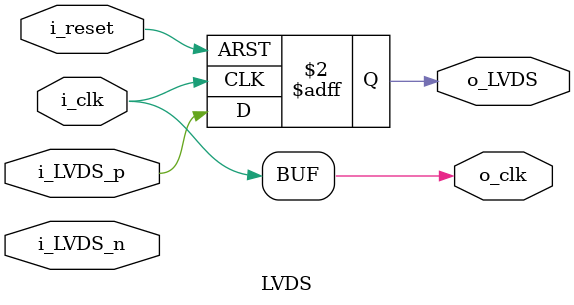
<source format=v>
module LVDS(

     input wire i_clk,
	 input wire i_reset,
	 input wire i_LVDS_p,
	 input wire i_LVDS_n, // NE TREBA
	
	 output wire o_clk,
     output reg o_LVDS
);
    assign o_clk = i_clk;

    always @(posedge i_clk or posedge i_reset)begin
	       if(i_reset)begin
	          o_LVDS <= 1'b0;
	   end else begin
              o_LVDS <= i_LVDS_p;
	   end
end

endmodule
</source>
